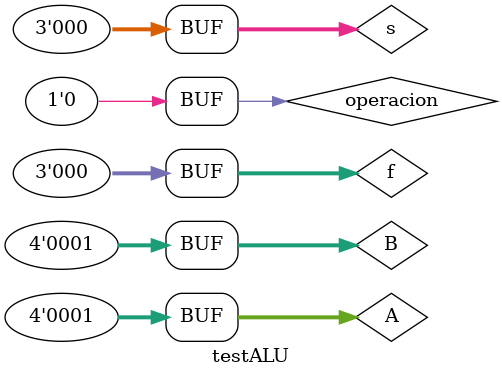
<source format=sv>
module testALU ();
					
logic [3:0] A, B;
logic [2:0] s,f;
logic operacion;
logic [3:0] out;		

MuxOperaciones #(4)ALU (A,B,s,f,operacion,out);

initial begin
	
	#20 A = 4'b0001; B = 4'b0001; operacion = 0; f = 3'b000; s = 3'b000;
	
	
end 
endmodule

</source>
